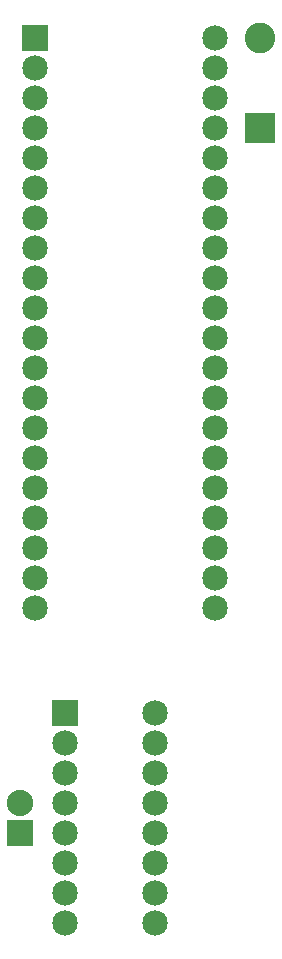
<source format=gbs>
G04 MADE WITH FRITZING*
G04 WWW.FRITZING.ORG*
G04 DOUBLE SIDED*
G04 HOLES PLATED*
G04 CONTOUR ON CENTER OF CONTOUR VECTOR*
%ASAXBY*%
%FSLAX23Y23*%
%MOIN*%
%OFA0B0*%
%SFA1.0B1.0*%
%ADD10C,0.085000*%
%ADD11C,0.088000*%
%ADD12C,0.102000*%
%ADD13R,0.085000X0.085000*%
%ADD14R,0.088000X0.088000*%
%ADD15R,0.102000X0.102000*%
%LNMASK0*%
G90*
G70*
G54D10*
X197Y3134D03*
X797Y3134D03*
X197Y3034D03*
X797Y3034D03*
X197Y2934D03*
X797Y2934D03*
X197Y2834D03*
X797Y2834D03*
X197Y2734D03*
X797Y2734D03*
X197Y2634D03*
X797Y2634D03*
X197Y2534D03*
X797Y2534D03*
X197Y2434D03*
X797Y2434D03*
X197Y2334D03*
X797Y2334D03*
X197Y2234D03*
X797Y2234D03*
X197Y2134D03*
X797Y2134D03*
X197Y2034D03*
X797Y2034D03*
X197Y1934D03*
X797Y1934D03*
X197Y1834D03*
X797Y1834D03*
X197Y1734D03*
X797Y1734D03*
X197Y1634D03*
X797Y1634D03*
X197Y1534D03*
X797Y1534D03*
X197Y1434D03*
X797Y1434D03*
X197Y1334D03*
X797Y1334D03*
X197Y1234D03*
X797Y1234D03*
X297Y884D03*
X597Y884D03*
X297Y784D03*
X597Y784D03*
X297Y684D03*
X597Y684D03*
X297Y584D03*
X597Y584D03*
X297Y484D03*
X597Y484D03*
X297Y384D03*
X597Y384D03*
X297Y284D03*
X597Y284D03*
X297Y184D03*
X597Y184D03*
G54D11*
X147Y484D03*
X147Y584D03*
G54D12*
X947Y2834D03*
X947Y3134D03*
G54D13*
X197Y3134D03*
X297Y884D03*
G54D14*
X147Y484D03*
G54D15*
X947Y2834D03*
G04 End of Mask0*
M02*
</source>
